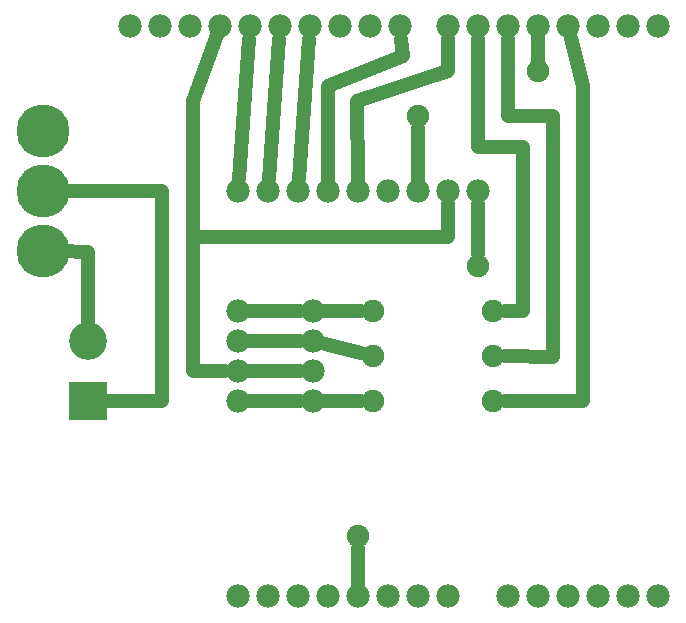
<source format=gbl>
G04 MADE WITH FRITZING*
G04 WWW.FRITZING.ORG*
G04 DOUBLE SIDED*
G04 HOLES PLATED*
G04 CONTOUR ON CENTER OF CONTOUR VECTOR*
%ASAXBY*%
%FSLAX23Y23*%
%MOIN*%
%OFA0B0*%
%SFA1.0B1.0*%
%ADD10C,0.075000*%
%ADD11C,0.078000*%
%ADD12C,0.177165*%
%ADD13C,0.125984*%
%ADD14R,0.125984X0.125984*%
%ADD15C,0.048000*%
%LNCOPPER0*%
G90*
G70*
G54D10*
X1644Y738D03*
X1244Y738D03*
X1644Y888D03*
X1244Y888D03*
X1644Y1038D03*
X1244Y1038D03*
G54D11*
X1044Y738D03*
X1044Y838D03*
X1044Y938D03*
X1044Y1038D03*
X794Y738D03*
X794Y838D03*
X794Y938D03*
X794Y1038D03*
G54D12*
X144Y1638D03*
X144Y1438D03*
X144Y1238D03*
G54D11*
X1594Y1438D03*
X1494Y1438D03*
X1394Y1438D03*
X1294Y1438D03*
X1194Y1438D03*
X1094Y1438D03*
X994Y1438D03*
X894Y1438D03*
X794Y1438D03*
X1333Y1988D03*
X1233Y1988D03*
X1133Y1988D03*
X1033Y1988D03*
X933Y1988D03*
X833Y1988D03*
X733Y1988D03*
X633Y1988D03*
X533Y1988D03*
X433Y1988D03*
X1494Y88D03*
X1394Y88D03*
X1294Y88D03*
X1194Y88D03*
X1094Y88D03*
X994Y88D03*
X894Y88D03*
X794Y88D03*
X2194Y88D03*
X2094Y88D03*
X1994Y88D03*
X1894Y88D03*
X1794Y88D03*
X1694Y88D03*
X2194Y1988D03*
X2094Y1988D03*
X1994Y1988D03*
X1894Y1988D03*
X1794Y1988D03*
X1694Y1988D03*
X1594Y1988D03*
X1494Y1988D03*
G54D13*
X294Y738D03*
X294Y938D03*
G54D10*
X1394Y1688D03*
X1794Y1838D03*
X1194Y288D03*
X1594Y1188D03*
G54D14*
X294Y738D03*
G54D15*
X835Y838D02*
X1002Y838D01*
D02*
X1002Y1038D02*
X835Y1038D01*
D02*
X1002Y938D02*
X835Y938D01*
D02*
X1002Y738D02*
X835Y738D01*
D02*
X1204Y1038D02*
X1085Y1038D01*
D02*
X1205Y898D02*
X1084Y928D01*
D02*
X1204Y738D02*
X1085Y738D01*
D02*
X796Y1479D02*
X830Y1947D01*
D02*
X896Y1479D02*
X930Y1947D01*
D02*
X996Y1479D02*
X1030Y1947D01*
D02*
X1093Y1788D02*
X1344Y1888D01*
D02*
X1344Y1888D02*
X1337Y1947D01*
D02*
X1094Y1480D02*
X1093Y1788D01*
D02*
X1193Y1480D02*
X1192Y1739D01*
D02*
X1493Y1838D02*
X1493Y1947D01*
D02*
X1192Y1739D02*
X1493Y1838D01*
D02*
X1744Y1587D02*
X1744Y1039D01*
D02*
X1744Y1039D02*
X1683Y1039D01*
D02*
X1595Y1587D02*
X1744Y1587D01*
D02*
X1594Y1947D02*
X1595Y1587D01*
D02*
X1843Y887D02*
X1683Y888D01*
D02*
X1843Y1689D02*
X1843Y887D01*
D02*
X1694Y1689D02*
X1843Y1689D01*
D02*
X1694Y1947D02*
X1694Y1689D01*
D02*
X1945Y739D02*
X1683Y738D01*
D02*
X1945Y1788D02*
X1945Y739D01*
D02*
X1904Y1948D02*
X1945Y1788D01*
D02*
X1394Y1480D02*
X1394Y1649D01*
D02*
X1794Y1958D02*
X1794Y1867D01*
D02*
X1493Y1287D02*
X1493Y1397D01*
D02*
X644Y1287D02*
X1493Y1287D01*
D02*
X644Y1739D02*
X644Y1287D01*
D02*
X723Y1960D02*
X644Y1739D01*
D02*
X723Y1960D02*
X644Y1739D01*
D02*
X644Y1739D02*
X644Y838D01*
D02*
X644Y838D02*
X752Y838D01*
D02*
X1194Y130D02*
X1194Y249D01*
D02*
X1594Y1397D02*
X1594Y1228D01*
D02*
X294Y1237D02*
X202Y1238D01*
D02*
X294Y973D02*
X294Y1237D01*
D02*
X542Y739D02*
X542Y1439D01*
D02*
X542Y1439D02*
X202Y1438D01*
D02*
X328Y738D02*
X542Y739D01*
G04 End of Copper0*
M02*
</source>
